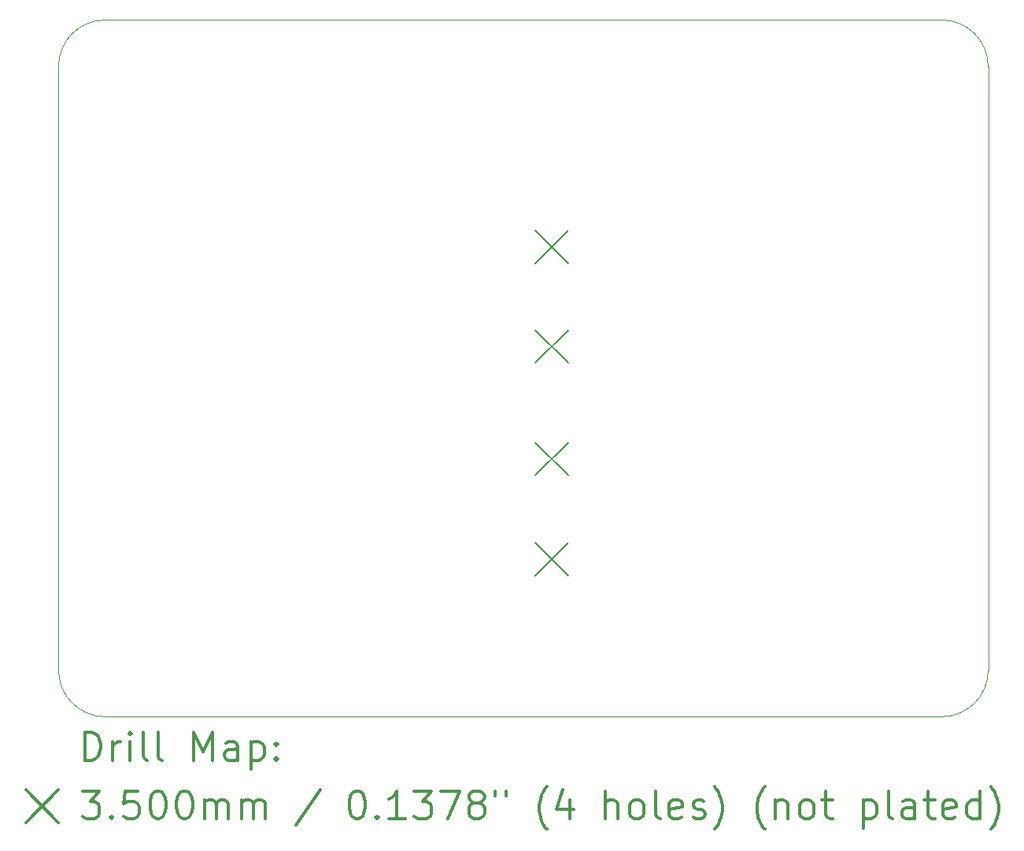
<source format=gbr>
%FSLAX45Y45*%
G04 Gerber Fmt 4.5, Leading zero omitted, Abs format (unit mm)*
G04 Created by KiCad (PCBNEW 5.1.10) date 2021-08-16 10:52:13*
%MOMM*%
%LPD*%
G01*
G04 APERTURE LIST*
%TA.AperFunction,Profile*%
%ADD10C,0.050000*%
%TD*%
%ADD11C,0.200000*%
%ADD12C,0.300000*%
G04 APERTURE END LIST*
D10*
X19500000Y-12750000D02*
G75*
G02*
X19000000Y-13250000I-500000J0D01*
G01*
X10000000Y-13250000D02*
G75*
G02*
X9500000Y-12750000I0J500000D01*
G01*
X9500000Y-6250000D02*
G75*
G02*
X10000000Y-5750000I500000J0D01*
G01*
X19000000Y-5750000D02*
G75*
G02*
X19500000Y-6250000I0J-500000D01*
G01*
X9500000Y-12750000D02*
X9500000Y-6250000D01*
X19000000Y-13250000D02*
X10000000Y-13250000D01*
X19500000Y-6250000D02*
X19500000Y-12750000D01*
X10000000Y-5750000D02*
X19000000Y-5750000D01*
D11*
X14631000Y-8019000D02*
X14981000Y-8369000D01*
X14981000Y-8019000D02*
X14631000Y-8369000D01*
X14631000Y-9089000D02*
X14981000Y-9439000D01*
X14981000Y-9089000D02*
X14631000Y-9439000D01*
X14631000Y-10299000D02*
X14981000Y-10649000D01*
X14981000Y-10299000D02*
X14631000Y-10649000D01*
X14631000Y-11379000D02*
X14981000Y-11729000D01*
X14981000Y-11379000D02*
X14631000Y-11729000D01*
D12*
X9783928Y-13718214D02*
X9783928Y-13418214D01*
X9855357Y-13418214D01*
X9898214Y-13432500D01*
X9926786Y-13461071D01*
X9941071Y-13489643D01*
X9955357Y-13546786D01*
X9955357Y-13589643D01*
X9941071Y-13646786D01*
X9926786Y-13675357D01*
X9898214Y-13703929D01*
X9855357Y-13718214D01*
X9783928Y-13718214D01*
X10083928Y-13718214D02*
X10083928Y-13518214D01*
X10083928Y-13575357D02*
X10098214Y-13546786D01*
X10112500Y-13532500D01*
X10141071Y-13518214D01*
X10169643Y-13518214D01*
X10269643Y-13718214D02*
X10269643Y-13518214D01*
X10269643Y-13418214D02*
X10255357Y-13432500D01*
X10269643Y-13446786D01*
X10283928Y-13432500D01*
X10269643Y-13418214D01*
X10269643Y-13446786D01*
X10455357Y-13718214D02*
X10426786Y-13703929D01*
X10412500Y-13675357D01*
X10412500Y-13418214D01*
X10612500Y-13718214D02*
X10583928Y-13703929D01*
X10569643Y-13675357D01*
X10569643Y-13418214D01*
X10955357Y-13718214D02*
X10955357Y-13418214D01*
X11055357Y-13632500D01*
X11155357Y-13418214D01*
X11155357Y-13718214D01*
X11426786Y-13718214D02*
X11426786Y-13561071D01*
X11412500Y-13532500D01*
X11383928Y-13518214D01*
X11326786Y-13518214D01*
X11298214Y-13532500D01*
X11426786Y-13703929D02*
X11398214Y-13718214D01*
X11326786Y-13718214D01*
X11298214Y-13703929D01*
X11283928Y-13675357D01*
X11283928Y-13646786D01*
X11298214Y-13618214D01*
X11326786Y-13603929D01*
X11398214Y-13603929D01*
X11426786Y-13589643D01*
X11569643Y-13518214D02*
X11569643Y-13818214D01*
X11569643Y-13532500D02*
X11598214Y-13518214D01*
X11655357Y-13518214D01*
X11683928Y-13532500D01*
X11698214Y-13546786D01*
X11712500Y-13575357D01*
X11712500Y-13661071D01*
X11698214Y-13689643D01*
X11683928Y-13703929D01*
X11655357Y-13718214D01*
X11598214Y-13718214D01*
X11569643Y-13703929D01*
X11841071Y-13689643D02*
X11855357Y-13703929D01*
X11841071Y-13718214D01*
X11826786Y-13703929D01*
X11841071Y-13689643D01*
X11841071Y-13718214D01*
X11841071Y-13532500D02*
X11855357Y-13546786D01*
X11841071Y-13561071D01*
X11826786Y-13546786D01*
X11841071Y-13532500D01*
X11841071Y-13561071D01*
X9147500Y-14037500D02*
X9497500Y-14387500D01*
X9497500Y-14037500D02*
X9147500Y-14387500D01*
X9755357Y-14048214D02*
X9941071Y-14048214D01*
X9841071Y-14162500D01*
X9883928Y-14162500D01*
X9912500Y-14176786D01*
X9926786Y-14191071D01*
X9941071Y-14219643D01*
X9941071Y-14291071D01*
X9926786Y-14319643D01*
X9912500Y-14333929D01*
X9883928Y-14348214D01*
X9798214Y-14348214D01*
X9769643Y-14333929D01*
X9755357Y-14319643D01*
X10069643Y-14319643D02*
X10083928Y-14333929D01*
X10069643Y-14348214D01*
X10055357Y-14333929D01*
X10069643Y-14319643D01*
X10069643Y-14348214D01*
X10355357Y-14048214D02*
X10212500Y-14048214D01*
X10198214Y-14191071D01*
X10212500Y-14176786D01*
X10241071Y-14162500D01*
X10312500Y-14162500D01*
X10341071Y-14176786D01*
X10355357Y-14191071D01*
X10369643Y-14219643D01*
X10369643Y-14291071D01*
X10355357Y-14319643D01*
X10341071Y-14333929D01*
X10312500Y-14348214D01*
X10241071Y-14348214D01*
X10212500Y-14333929D01*
X10198214Y-14319643D01*
X10555357Y-14048214D02*
X10583928Y-14048214D01*
X10612500Y-14062500D01*
X10626786Y-14076786D01*
X10641071Y-14105357D01*
X10655357Y-14162500D01*
X10655357Y-14233929D01*
X10641071Y-14291071D01*
X10626786Y-14319643D01*
X10612500Y-14333929D01*
X10583928Y-14348214D01*
X10555357Y-14348214D01*
X10526786Y-14333929D01*
X10512500Y-14319643D01*
X10498214Y-14291071D01*
X10483928Y-14233929D01*
X10483928Y-14162500D01*
X10498214Y-14105357D01*
X10512500Y-14076786D01*
X10526786Y-14062500D01*
X10555357Y-14048214D01*
X10841071Y-14048214D02*
X10869643Y-14048214D01*
X10898214Y-14062500D01*
X10912500Y-14076786D01*
X10926786Y-14105357D01*
X10941071Y-14162500D01*
X10941071Y-14233929D01*
X10926786Y-14291071D01*
X10912500Y-14319643D01*
X10898214Y-14333929D01*
X10869643Y-14348214D01*
X10841071Y-14348214D01*
X10812500Y-14333929D01*
X10798214Y-14319643D01*
X10783928Y-14291071D01*
X10769643Y-14233929D01*
X10769643Y-14162500D01*
X10783928Y-14105357D01*
X10798214Y-14076786D01*
X10812500Y-14062500D01*
X10841071Y-14048214D01*
X11069643Y-14348214D02*
X11069643Y-14148214D01*
X11069643Y-14176786D02*
X11083928Y-14162500D01*
X11112500Y-14148214D01*
X11155357Y-14148214D01*
X11183928Y-14162500D01*
X11198214Y-14191071D01*
X11198214Y-14348214D01*
X11198214Y-14191071D02*
X11212500Y-14162500D01*
X11241071Y-14148214D01*
X11283928Y-14148214D01*
X11312500Y-14162500D01*
X11326786Y-14191071D01*
X11326786Y-14348214D01*
X11469643Y-14348214D02*
X11469643Y-14148214D01*
X11469643Y-14176786D02*
X11483928Y-14162500D01*
X11512500Y-14148214D01*
X11555357Y-14148214D01*
X11583928Y-14162500D01*
X11598214Y-14191071D01*
X11598214Y-14348214D01*
X11598214Y-14191071D02*
X11612500Y-14162500D01*
X11641071Y-14148214D01*
X11683928Y-14148214D01*
X11712500Y-14162500D01*
X11726786Y-14191071D01*
X11726786Y-14348214D01*
X12312500Y-14033929D02*
X12055357Y-14419643D01*
X12698214Y-14048214D02*
X12726786Y-14048214D01*
X12755357Y-14062500D01*
X12769643Y-14076786D01*
X12783928Y-14105357D01*
X12798214Y-14162500D01*
X12798214Y-14233929D01*
X12783928Y-14291071D01*
X12769643Y-14319643D01*
X12755357Y-14333929D01*
X12726786Y-14348214D01*
X12698214Y-14348214D01*
X12669643Y-14333929D01*
X12655357Y-14319643D01*
X12641071Y-14291071D01*
X12626786Y-14233929D01*
X12626786Y-14162500D01*
X12641071Y-14105357D01*
X12655357Y-14076786D01*
X12669643Y-14062500D01*
X12698214Y-14048214D01*
X12926786Y-14319643D02*
X12941071Y-14333929D01*
X12926786Y-14348214D01*
X12912500Y-14333929D01*
X12926786Y-14319643D01*
X12926786Y-14348214D01*
X13226786Y-14348214D02*
X13055357Y-14348214D01*
X13141071Y-14348214D02*
X13141071Y-14048214D01*
X13112500Y-14091071D01*
X13083928Y-14119643D01*
X13055357Y-14133929D01*
X13326786Y-14048214D02*
X13512500Y-14048214D01*
X13412500Y-14162500D01*
X13455357Y-14162500D01*
X13483928Y-14176786D01*
X13498214Y-14191071D01*
X13512500Y-14219643D01*
X13512500Y-14291071D01*
X13498214Y-14319643D01*
X13483928Y-14333929D01*
X13455357Y-14348214D01*
X13369643Y-14348214D01*
X13341071Y-14333929D01*
X13326786Y-14319643D01*
X13612500Y-14048214D02*
X13812500Y-14048214D01*
X13683928Y-14348214D01*
X13969643Y-14176786D02*
X13941071Y-14162500D01*
X13926786Y-14148214D01*
X13912500Y-14119643D01*
X13912500Y-14105357D01*
X13926786Y-14076786D01*
X13941071Y-14062500D01*
X13969643Y-14048214D01*
X14026786Y-14048214D01*
X14055357Y-14062500D01*
X14069643Y-14076786D01*
X14083928Y-14105357D01*
X14083928Y-14119643D01*
X14069643Y-14148214D01*
X14055357Y-14162500D01*
X14026786Y-14176786D01*
X13969643Y-14176786D01*
X13941071Y-14191071D01*
X13926786Y-14205357D01*
X13912500Y-14233929D01*
X13912500Y-14291071D01*
X13926786Y-14319643D01*
X13941071Y-14333929D01*
X13969643Y-14348214D01*
X14026786Y-14348214D01*
X14055357Y-14333929D01*
X14069643Y-14319643D01*
X14083928Y-14291071D01*
X14083928Y-14233929D01*
X14069643Y-14205357D01*
X14055357Y-14191071D01*
X14026786Y-14176786D01*
X14198214Y-14048214D02*
X14198214Y-14105357D01*
X14312500Y-14048214D02*
X14312500Y-14105357D01*
X14755357Y-14462500D02*
X14741071Y-14448214D01*
X14712500Y-14405357D01*
X14698214Y-14376786D01*
X14683928Y-14333929D01*
X14669643Y-14262500D01*
X14669643Y-14205357D01*
X14683928Y-14133929D01*
X14698214Y-14091071D01*
X14712500Y-14062500D01*
X14741071Y-14019643D01*
X14755357Y-14005357D01*
X14998214Y-14148214D02*
X14998214Y-14348214D01*
X14926786Y-14033929D02*
X14855357Y-14248214D01*
X15041071Y-14248214D01*
X15383928Y-14348214D02*
X15383928Y-14048214D01*
X15512500Y-14348214D02*
X15512500Y-14191071D01*
X15498214Y-14162500D01*
X15469643Y-14148214D01*
X15426786Y-14148214D01*
X15398214Y-14162500D01*
X15383928Y-14176786D01*
X15698214Y-14348214D02*
X15669643Y-14333929D01*
X15655357Y-14319643D01*
X15641071Y-14291071D01*
X15641071Y-14205357D01*
X15655357Y-14176786D01*
X15669643Y-14162500D01*
X15698214Y-14148214D01*
X15741071Y-14148214D01*
X15769643Y-14162500D01*
X15783928Y-14176786D01*
X15798214Y-14205357D01*
X15798214Y-14291071D01*
X15783928Y-14319643D01*
X15769643Y-14333929D01*
X15741071Y-14348214D01*
X15698214Y-14348214D01*
X15969643Y-14348214D02*
X15941071Y-14333929D01*
X15926786Y-14305357D01*
X15926786Y-14048214D01*
X16198214Y-14333929D02*
X16169643Y-14348214D01*
X16112500Y-14348214D01*
X16083928Y-14333929D01*
X16069643Y-14305357D01*
X16069643Y-14191071D01*
X16083928Y-14162500D01*
X16112500Y-14148214D01*
X16169643Y-14148214D01*
X16198214Y-14162500D01*
X16212500Y-14191071D01*
X16212500Y-14219643D01*
X16069643Y-14248214D01*
X16326786Y-14333929D02*
X16355357Y-14348214D01*
X16412500Y-14348214D01*
X16441071Y-14333929D01*
X16455357Y-14305357D01*
X16455357Y-14291071D01*
X16441071Y-14262500D01*
X16412500Y-14248214D01*
X16369643Y-14248214D01*
X16341071Y-14233929D01*
X16326786Y-14205357D01*
X16326786Y-14191071D01*
X16341071Y-14162500D01*
X16369643Y-14148214D01*
X16412500Y-14148214D01*
X16441071Y-14162500D01*
X16555357Y-14462500D02*
X16569643Y-14448214D01*
X16598214Y-14405357D01*
X16612500Y-14376786D01*
X16626786Y-14333929D01*
X16641071Y-14262500D01*
X16641071Y-14205357D01*
X16626786Y-14133929D01*
X16612500Y-14091071D01*
X16598214Y-14062500D01*
X16569643Y-14019643D01*
X16555357Y-14005357D01*
X17098214Y-14462500D02*
X17083928Y-14448214D01*
X17055357Y-14405357D01*
X17041071Y-14376786D01*
X17026786Y-14333929D01*
X17012500Y-14262500D01*
X17012500Y-14205357D01*
X17026786Y-14133929D01*
X17041071Y-14091071D01*
X17055357Y-14062500D01*
X17083928Y-14019643D01*
X17098214Y-14005357D01*
X17212500Y-14148214D02*
X17212500Y-14348214D01*
X17212500Y-14176786D02*
X17226786Y-14162500D01*
X17255357Y-14148214D01*
X17298214Y-14148214D01*
X17326786Y-14162500D01*
X17341071Y-14191071D01*
X17341071Y-14348214D01*
X17526786Y-14348214D02*
X17498214Y-14333929D01*
X17483928Y-14319643D01*
X17469643Y-14291071D01*
X17469643Y-14205357D01*
X17483928Y-14176786D01*
X17498214Y-14162500D01*
X17526786Y-14148214D01*
X17569643Y-14148214D01*
X17598214Y-14162500D01*
X17612500Y-14176786D01*
X17626786Y-14205357D01*
X17626786Y-14291071D01*
X17612500Y-14319643D01*
X17598214Y-14333929D01*
X17569643Y-14348214D01*
X17526786Y-14348214D01*
X17712500Y-14148214D02*
X17826786Y-14148214D01*
X17755357Y-14048214D02*
X17755357Y-14305357D01*
X17769643Y-14333929D01*
X17798214Y-14348214D01*
X17826786Y-14348214D01*
X18155357Y-14148214D02*
X18155357Y-14448214D01*
X18155357Y-14162500D02*
X18183928Y-14148214D01*
X18241071Y-14148214D01*
X18269643Y-14162500D01*
X18283928Y-14176786D01*
X18298214Y-14205357D01*
X18298214Y-14291071D01*
X18283928Y-14319643D01*
X18269643Y-14333929D01*
X18241071Y-14348214D01*
X18183928Y-14348214D01*
X18155357Y-14333929D01*
X18469643Y-14348214D02*
X18441071Y-14333929D01*
X18426786Y-14305357D01*
X18426786Y-14048214D01*
X18712500Y-14348214D02*
X18712500Y-14191071D01*
X18698214Y-14162500D01*
X18669643Y-14148214D01*
X18612500Y-14148214D01*
X18583928Y-14162500D01*
X18712500Y-14333929D02*
X18683928Y-14348214D01*
X18612500Y-14348214D01*
X18583928Y-14333929D01*
X18569643Y-14305357D01*
X18569643Y-14276786D01*
X18583928Y-14248214D01*
X18612500Y-14233929D01*
X18683928Y-14233929D01*
X18712500Y-14219643D01*
X18812500Y-14148214D02*
X18926786Y-14148214D01*
X18855357Y-14048214D02*
X18855357Y-14305357D01*
X18869643Y-14333929D01*
X18898214Y-14348214D01*
X18926786Y-14348214D01*
X19141071Y-14333929D02*
X19112500Y-14348214D01*
X19055357Y-14348214D01*
X19026786Y-14333929D01*
X19012500Y-14305357D01*
X19012500Y-14191071D01*
X19026786Y-14162500D01*
X19055357Y-14148214D01*
X19112500Y-14148214D01*
X19141071Y-14162500D01*
X19155357Y-14191071D01*
X19155357Y-14219643D01*
X19012500Y-14248214D01*
X19412500Y-14348214D02*
X19412500Y-14048214D01*
X19412500Y-14333929D02*
X19383928Y-14348214D01*
X19326786Y-14348214D01*
X19298214Y-14333929D01*
X19283928Y-14319643D01*
X19269643Y-14291071D01*
X19269643Y-14205357D01*
X19283928Y-14176786D01*
X19298214Y-14162500D01*
X19326786Y-14148214D01*
X19383928Y-14148214D01*
X19412500Y-14162500D01*
X19526786Y-14462500D02*
X19541071Y-14448214D01*
X19569643Y-14405357D01*
X19583928Y-14376786D01*
X19598214Y-14333929D01*
X19612500Y-14262500D01*
X19612500Y-14205357D01*
X19598214Y-14133929D01*
X19583928Y-14091071D01*
X19569643Y-14062500D01*
X19541071Y-14019643D01*
X19526786Y-14005357D01*
M02*

</source>
